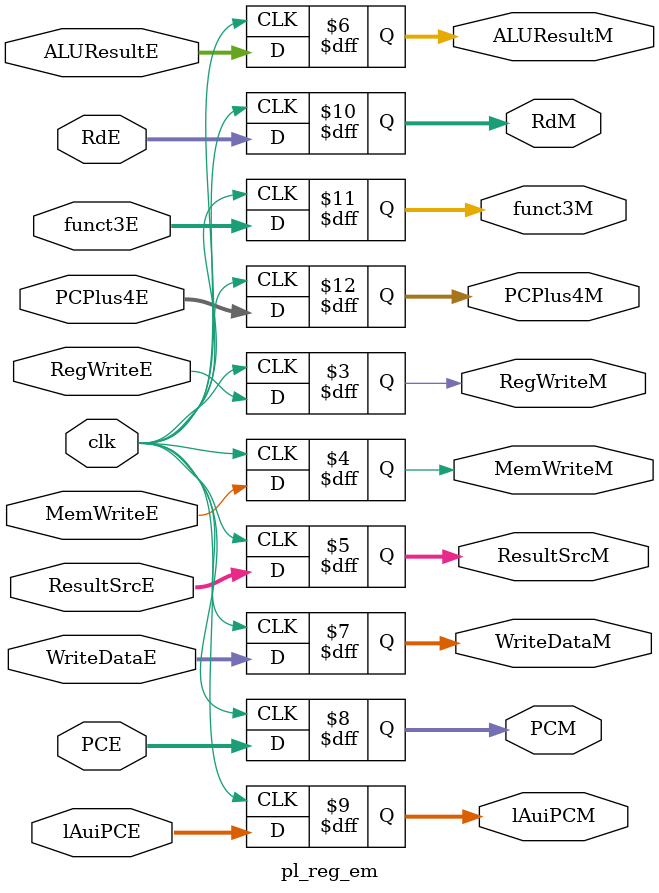
<source format=v>


module pl_reg_em (
    input             clk,
    input             RegWriteE, MemWriteE,
    input      [1:0]  ResultSrcE,
    input      [31:0] ALUResultE, WriteDataE, PCE, lAuiPCE,
    input      [4:0]  RdE,
    input      [31:0] PCPlus4E,
    input      [2:0]  funct3E,
    output reg        RegWriteM, MemWriteM,
    output reg [1:0]  ResultSrcM,
    output reg [31:0] ALUResultM, WriteDataM, PCM, lAuiPCM,
    output reg [4:0]  RdM,
    output reg [2:0]  funct3M,
    output reg [31:0] PCPlus4M
);

initial begin
    RegWriteM = 0; MemWriteM = 0;
    ResultSrcM = 0;
    ALUResultM = 0; WriteDataM = 0; PCM = 0; lAuiPCM = 0;
    RdM = 0;
    PCPlus4M = 0;
    funct3M = 0;
end

always @(posedge clk) begin
    RegWriteM <= RegWriteE; MemWriteM <= MemWriteE; funct3M <= funct3E;
    ResultSrcM <= ResultSrcE;
    ALUResultM <= ALUResultE; WriteDataM <= WriteDataE; PCM <= PCE; lAuiPCM <= lAuiPCE;
    RdM <= RdE;
    PCPlus4M <= PCPlus4E;
end

endmodule

</source>
